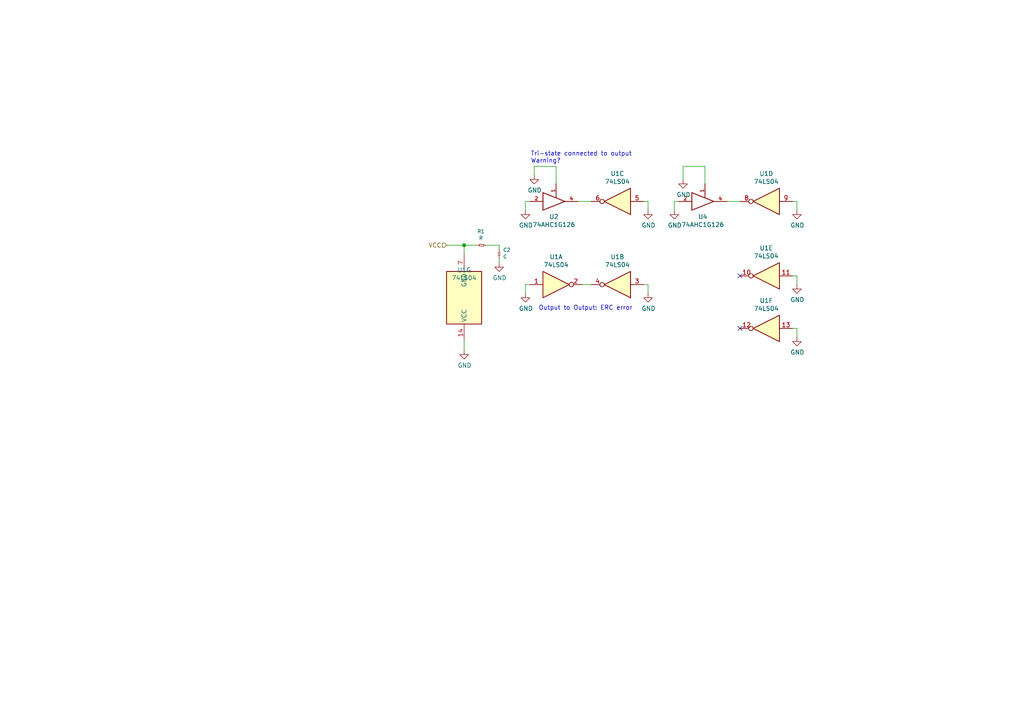
<source format=kicad_sch>
(kicad_sch (version 20230121) (generator eeschema)
  (paper "A4")
  (lib_symbols
    (symbol "74xGxx:74AHC1G126" (pin_names (offset 1.016))
      (property "Reference" "U" (at -2.54 3.81 0))
      (property "Value" "74AHC1G126" (at 0 -3.81 0))
      (symbol "74AHC1G126_0_1"
        (polyline (pts (xy -3.81 2.54) (xy -3.81 -2.54) (xy 2.54 0) (xy -3.81 2.54)) (stroke (width 0.254)))
      )
      (symbol "74AHC1G126_1_1"
        (pin input line (at 0 5.08 270) (length 3.937) (name "~") (number "1"))
        (pin input line (at -7.62 0 0) (length 3.81) (name "~") (number "2"))
        (pin power_in line (at 1.27 -1.27 270) (length 0) hide (name "GND") (number "3"))
        (pin tri_state line (at 6.35 0 180) (length 3.81) (name "~") (number "4"))
        (pin power_in line (at 1.27 1.27 90) (length 0) hide (name "VCC") (number "5"))
      )
    )
    (symbol "74xx:74LS04"
      (property "Reference" "U" (at 0 1.27 0))
      (property "Value" "74LS04" (at 0 -1.27 0))
      (symbol "74LS04_1_0"
        (polyline (pts (xy -3.81 3.81) (xy -3.81 -3.81) (xy 3.81 0) (xy -3.81 3.81)) (stroke (width 0.254)) (fill (type background)))
        (pin input line (at -7.62 0 0) (length 3.81) (name "~") (number "1"))
        (pin output inverted (at 7.62 0 180) (length 3.81) (name "~") (number "2"))
      )
      (symbol "74LS04_2_0"
        (polyline (pts (xy -3.81 3.81) (xy -3.81 -3.81) (xy 3.81 0) (xy -3.81 3.81)) (stroke (width 0.254)) (fill (type background)))
        (pin input line (at -7.62 0 0) (length 3.81) (name "~") (number "3"))
        (pin output inverted (at 7.62 0 180) (length 3.81) (name "~") (number "4"))
      )
      (symbol "74LS04_3_0"
        (polyline (pts (xy -3.81 3.81) (xy -3.81 -3.81) (xy 3.81 0) (xy -3.81 3.81)) (stroke (width 0.254)) (fill (type background)))
        (pin input line (at -7.62 0 0) (length 3.81) (name "~") (number "5"))
        (pin output inverted (at 7.62 0 180) (length 3.81) (name "~") (number "6"))
      )
      (symbol "74LS04_4_0"
        (polyline (pts (xy -3.81 3.81) (xy -3.81 -3.81) (xy 3.81 0) (xy -3.81 3.81)) (stroke (width 0.254)) (fill (type background)))
        (pin output inverted (at 7.62 0 180) (length 3.81) (name "~") (number "8"))
        (pin input line (at -7.62 0 0) (length 3.81) (name "~") (number "9"))
      )
      (symbol "74LS04_5_0"
        (polyline (pts (xy -3.81 3.81) (xy -3.81 -3.81) (xy 3.81 0) (xy -3.81 3.81)) (stroke (width 0.254)) (fill (type background)))
        (pin output inverted (at 7.62 0 180) (length 3.81) (name "~") (number "10"))
        (pin input line (at -7.62 0 0) (length 3.81) (name "~") (number "11"))
      )
      (symbol "74LS04_6_0"
        (polyline (pts (xy -3.81 3.81) (xy -3.81 -3.81) (xy 3.81 0) (xy -3.81 3.81)) (stroke (width 0.254)) (fill (type background)))
        (pin output inverted (at 7.62 0 180) (length 3.81) (name "~") (number "12"))
        (pin input line (at -7.62 0 0) (length 3.81) (name "~") (number "13"))
      )
      (symbol "74LS04_7_0"
        (pin power_in line (at 0 12.7 270) (length 5.08) (name "VCC") (number "14"))
        (pin power_in line (at 0 -12.7 90) (length 5.08) (name "GND") (number "7"))
      )
      (symbol "74LS04_7_1"
        (rectangle (start -5.08 7.62) (end 5.08 -7.62) (stroke (width 0.254)) (fill (type background)))
      )
    )
    (symbol "fail-project-rescue:C-passive" (pin_numbers hide) (pin_names (offset 1.016) hide)
      (property "Reference" "C" (at 0 1.27 0))
      (property "Value" "C-passive" (at 0 -1.27 0))
      (symbol "C-passive_0_1"
        (polyline (pts (xy -0.635 0) (xy -1.27 0)))
        (polyline (pts (xy -0.635 0) (xy -0.381 0)))
        (polyline (pts (xy -0.254 0.381) (xy -0.254 -0.381)))
        (polyline (pts (xy 0.254 0.381) (xy 0.254 -0.381)))
        (polyline (pts (xy 0.635 0) (xy 0.254 0)))
        (polyline (pts (xy 1.27 0) (xy 0.635 0)))
      )
      (symbol "C-passive_1_1"
        (pin passive line (at -1.27 0 0) (length 0) (name "1") (number "1"))
        (pin passive line (at 1.27 0 0) (length 0) (name "2") (number "2"))
      )
    )
    (symbol "fail-project-rescue:R-passive" (pin_numbers hide) (pin_names (offset 1.016) hide)
      (property "Reference" "R" (at 0 1.27 0))
      (property "Value" "R-passive" (at 0 -1.27 0))
      (symbol "R-passive_0_1"
        (polyline (pts (xy -0.635 0) (xy -1.27 0)))
        (polyline (pts (xy 1.27 0) (xy 0.635 0)))
        (rectangle (start 0.635 0.254) (end -0.635 -0.254) (fill (type background)))
      )
      (symbol "R-passive_1_1"
        (pin passive line (at -1.27 0 0) (length 0) (name "1") (number "1"))
        (pin passive line (at 1.27 0 0) (length 0) (name "2") (number "2"))
      )
    )
    (symbol "power:GND" (power) (pin_names (offset 0))
      (property "Value" "GND" (at 0 -3.81 0))
      (symbol "GND_0_1"
        (polyline (pts (xy 0 0) (xy 0 -1.27) (xy 1.27 -1.27) (xy 0 -2.54) (xy -1.27 -1.27) (xy 0 -1.27)))
      )
      (symbol "GND_1_1"
        (pin power_in line (at 0 0 270) (length 0) hide (name "GND") (number "1"))
      )
    )
  )
  (junction (at 134.62 71.12))
  (no_connect (at 214.63 80.01))
  (no_connect (at 214.63 95.25))
  (wire (pts (xy 210.82 58.42) (xy 214.63 58.42)))
  (wire (pts (xy 231.14 58.42) (xy 231.14 60.96)))
  (wire (pts (xy 231.14 80.01) (xy 231.14 82.55)))
  (wire (pts (xy 167.64 58.42) (xy 171.45 58.42)))
  (wire (pts (xy 229.87 58.42) (xy 231.14 58.42)))
  (wire (pts (xy 161.29 48.26) (xy 161.29 53.34)))
  (wire (pts (xy 229.87 95.25) (xy 231.14 95.25)))
  (wire (pts (xy 134.62 71.12) (xy 134.62 73.66)))
  (wire (pts (xy 129.54 71.12) (xy 134.62 71.12)))
  (wire (pts (xy 187.96 58.42) (xy 187.96 60.96)))
  (wire (pts (xy 144.78 71.12) (xy 144.78 72.39)))
  (wire (pts (xy 134.62 71.12) (xy 138.43 71.12)))
  (wire (pts (xy 198.12 48.26) (xy 198.12 52.07)))
  (wire (pts (xy 140.97 71.12) (xy 144.78 71.12)))
  (wire (pts (xy 186.69 82.55) (xy 187.96 82.55)))
  (wire (pts (xy 196.85 58.42) (xy 195.58 58.42)))
  (wire (pts (xy 231.14 95.25) (xy 231.14 97.79)))
  (wire (pts (xy 153.67 82.55) (xy 152.4 82.55)))
  (wire (pts (xy 134.62 99.06) (xy 134.62 101.6)))
  (wire (pts (xy 152.4 58.42) (xy 152.4 60.96)))
  (wire (pts (xy 186.69 58.42) (xy 187.96 58.42)))
  (wire (pts (xy 154.94 48.26) (xy 161.29 48.26)))
  (wire (pts (xy 154.94 50.8) (xy 154.94 48.26)))
  (wire (pts (xy 195.58 58.42) (xy 195.58 60.96)))
  (wire (pts (xy 168.91 82.55) (xy 171.45 82.55)))
  (wire (pts (xy 153.67 58.42) (xy 152.4 58.42)))
  (wire (pts (xy 204.47 48.26) (xy 198.12 48.26)))
  (wire (pts (xy 204.47 53.34) (xy 204.47 48.26)))
  (wire (pts (xy 144.78 74.93) (xy 144.78 76.2)))
  (wire (pts (xy 187.96 82.55) (xy 187.96 85.09)))
  (wire (pts (xy 229.87 80.01) (xy 231.14 80.01)))
  (wire (pts (xy 152.4 82.55) (xy 152.4 85.09)))
  (text "Tri-state connected to output\nWarning?" (at 153.924 47.498 0) (effects (font (size 1.27 1.27)) (justify left bottom)))
  (text "Output to Output: ERC error" (at 156.21 90.17 0) (effects (font (size 1.27 1.27)) (justify left bottom)))
  (hierarchical_label "VCC" (shape input) (at 129.54 71.12 180))
  (symbol (lib_id "fail-project-rescue:R-passive") (at 139.7 71.12 0) (unit 1)
    (property "Reference" "R1" (at 139.4968 67.1068 0) (effects (font (size 1.016 1.016))))
    (property "Value" "R" (at 139.4968 69.0372 0) (effects (font (size 1.016 1.016))))
    (property "Footprint" "Resistor_SMD:R_0402_1005Metric" (effects hide))
  )
  (symbol (lib_id "fail-project-rescue:C-passive") (at 144.78 73.66 270) (unit 1)
    (property "Reference" "C2" (at 145.8976 72.4916 90) (effects (font (size 1.016 1.016)) (justify left)))
    (property "Value" "C" (at 145.8976 74.422 90) (effects (font (size 1.016 1.016)) (justify left)))
    (property "Footprint" "Capacitor_SMD:C_0402_1005Metric" (effects hide))
  )
  (symbol (lib_id "power:GND") (at 144.78 76.2 0) (unit 1)
    (property "Reference" "#PWR03" (effects hide))
    (property "Value" "GND" (at 144.907 80.5942 0))
  )
  (symbol (lib_id "74xx:74LS04") (at 161.29 82.55 0) (unit 1)
    (property "Reference" "U1" (at 161.29 74.4982 0))
    (property "Value" "74LS04" (at 161.29 76.8096 0))
    (property "Datasheet" "http://www.ti.com/lit/gpn/sn74LS04" (effects hide))
  )
  (symbol (lib_id "74xx:74LS04") (at 179.07 82.55 180) (unit 2)
    (property "Reference" "U1" (at 179.07 74.4982 0))
    (property "Value" "74LS04" (at 179.07 76.8096 0))
    (property "Datasheet" "http://www.ti.com/lit/gpn/sn74LS04" (effects hide))
  )
  (symbol (lib_id "power:GND") (at 187.96 85.09 0) (unit 1)
    (property "Reference" "#PWR05" (effects hide))
    (property "Value" "GND" (at 188.087 89.4842 0))
  )
  (symbol (lib_id "power:GND") (at 152.4 85.09 0) (unit 1)
    (property "Reference" "#PWR04" (effects hide))
    (property "Value" "GND" (at 152.527 89.4842 0))
  )
  (symbol (lib_id "power:GND") (at 134.62 101.6 0) (unit 1)
    (property "Reference" "#PWR011" (effects hide))
    (property "Value" "GND" (at 134.747 105.9942 0))
  )
  (symbol (lib_id "power:GND") (at 152.4 60.96 0) (unit 1)
    (property "Reference" "#PWR0101" (effects hide))
    (property "Value" "GND" (at 152.527 65.3542 0))
  )
  (symbol (lib_id "power:GND") (at 195.58 60.96 0) (unit 1)
    (property "Reference" "#PWR06" (effects hide))
    (property "Value" "GND" (at 195.707 65.3542 0))
  )
  (symbol (lib_id "74xGxx:74AHC1G126") (at 161.29 58.42 0) (unit 1)
    (property "Reference" "U2" (at 160.655 62.8714 0))
    (property "Value" "74AHC1G126" (at 160.655 65.1701 0))
    (property "Datasheet" "http://www.ti.com/lit/sg/scyt129e/scyt129e.pdf" (effects hide))
  )
  (symbol (lib_id "power:GND") (at 154.94 50.8 0) (unit 1)
    (property "Reference" "#PWR0103" (effects hide))
    (property "Value" "GND" (at 155.067 55.1942 0))
  )
  (symbol (lib_id "74xx:74LS04") (at 222.25 80.01 180) (unit 5)
    (property "Reference" "U1" (at 222.25 71.9582 0))
    (property "Value" "74LS04" (at 222.25 74.2696 0))
    (property "Datasheet" "http://www.ti.com/lit/gpn/sn74LS04" (effects hide))
  )
  (symbol (lib_id "74xGxx:74AHC1G126") (at 204.47 58.42 0) (unit 1)
    (property "Reference" "U4" (at 203.835 62.8714 0))
    (property "Value" "74AHC1G126" (at 203.835 65.1701 0))
    (property "Datasheet" "http://www.ti.com/lit/sg/scyt129e/scyt129e.pdf" (effects hide))
  )
  (symbol (lib_id "power:GND") (at 231.14 82.55 0) (unit 1)
    (property "Reference" "#PWR09" (effects hide))
    (property "Value" "GND" (at 231.267 86.9442 0))
  )
  (symbol (lib_id "74xx:74LS04") (at 179.07 58.42 180) (unit 3)
    (property "Reference" "U1" (at 179.07 50.3682 0))
    (property "Value" "74LS04" (at 179.07 52.6796 0))
    (property "Datasheet" "http://www.ti.com/lit/gpn/sn74LS04" (effects hide))
  )
  (symbol (lib_id "power:GND") (at 198.12 52.07 0) (unit 1)
    (property "Reference" "#PWR07" (effects hide))
    (property "Value" "GND" (at 198.247 56.4642 0))
  )
  (symbol (lib_id "74xx:74LS04") (at 134.62 86.36 180) (unit 7)
    (property "Reference" "U1" (at 134.62 78.3082 0))
    (property "Value" "74LS04" (at 134.62 80.6196 0))
    (property "Datasheet" "http://www.ti.com/lit/gpn/sn74LS04" (effects hide))
  )
  (symbol (lib_id "74xx:74LS04") (at 222.25 95.25 180) (unit 6)
    (property "Reference" "U1" (at 222.25 87.1982 0))
    (property "Value" "74LS04" (at 222.25 89.5096 0))
    (property "Datasheet" "http://www.ti.com/lit/gpn/sn74LS04" (effects hide))
  )
  (symbol (lib_id "power:GND") (at 231.14 97.79 0) (unit 1)
    (property "Reference" "#PWR010" (effects hide))
    (property "Value" "GND" (at 231.267 102.1842 0))
  )
  (symbol (lib_id "74xx:74LS04") (at 222.25 58.42 180) (unit 4)
    (property "Reference" "U1" (at 222.25 50.3682 0))
    (property "Value" "74LS04" (at 222.25 52.6796 0))
    (property "Datasheet" "http://www.ti.com/lit/gpn/sn74LS04" (effects hide))
  )
  (symbol (lib_id "power:GND") (at 187.96 60.96 0) (unit 1)
    (property "Reference" "#PWR0102" (effects hide))
    (property "Value" "GND" (at 188.087 65.3542 0))
  )
  (symbol (lib_id "power:GND") (at 231.14 60.96 0) (unit 1)
    (property "Reference" "#PWR08" (effects hide))
    (property "Value" "GND" (at 231.267 65.3542 0))
  )
)
</source>
